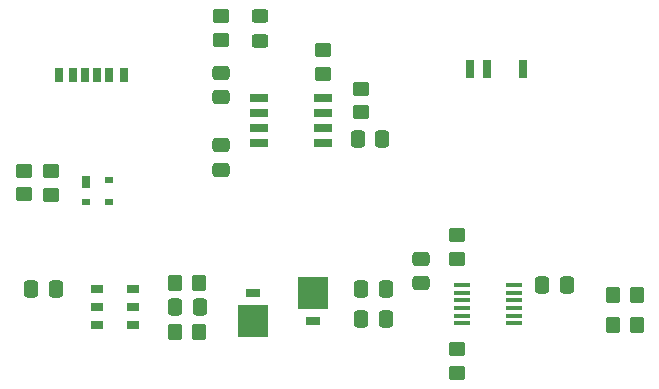
<source format=gtp>
G04 #@! TF.GenerationSoftware,KiCad,Pcbnew,(6.0.0)*
G04 #@! TF.CreationDate,2022-02-06T13:52:44+09:00*
G04 #@! TF.ProjectId,mt_signallevelconv,6d745f73-6967-46e6-916c-6c6576656c63,0.1*
G04 #@! TF.SameCoordinates,Original*
G04 #@! TF.FileFunction,Paste,Top*
G04 #@! TF.FilePolarity,Positive*
%FSLAX46Y46*%
G04 Gerber Fmt 4.6, Leading zero omitted, Abs format (unit mm)*
G04 Created by KiCad (PCBNEW (6.0.0)) date 2022-02-06 13:52:44*
%MOMM*%
%LPD*%
G01*
G04 APERTURE LIST*
G04 Aperture macros list*
%AMRoundRect*
0 Rectangle with rounded corners*
0 $1 Rounding radius*
0 $2 $3 $4 $5 $6 $7 $8 $9 X,Y pos of 4 corners*
0 Add a 4 corners polygon primitive as box body*
4,1,4,$2,$3,$4,$5,$6,$7,$8,$9,$2,$3,0*
0 Add four circle primitives for the rounded corners*
1,1,$1+$1,$2,$3*
1,1,$1+$1,$4,$5*
1,1,$1+$1,$6,$7*
1,1,$1+$1,$8,$9*
0 Add four rect primitives between the rounded corners*
20,1,$1+$1,$2,$3,$4,$5,0*
20,1,$1+$1,$4,$5,$6,$7,0*
20,1,$1+$1,$6,$7,$8,$9,0*
20,1,$1+$1,$8,$9,$2,$3,0*%
G04 Aperture macros list end*
%ADD10RoundRect,0.250000X0.475000X-0.337500X0.475000X0.337500X-0.475000X0.337500X-0.475000X-0.337500X0*%
%ADD11RoundRect,0.250000X-0.450000X0.350000X-0.450000X-0.350000X0.450000X-0.350000X0.450000X0.350000X0*%
%ADD12RoundRect,0.250000X-0.350000X-0.450000X0.350000X-0.450000X0.350000X0.450000X-0.350000X0.450000X0*%
%ADD13RoundRect,0.250000X-0.337500X-0.475000X0.337500X-0.475000X0.337500X0.475000X-0.337500X0.475000X0*%
%ADD14R,1.425000X0.450000*%
%ADD15R,1.140000X0.760000*%
%ADD16R,0.700000X1.500000*%
%ADD17R,1.528000X0.650000*%
%ADD18RoundRect,0.250000X0.450000X-0.350000X0.450000X0.350000X-0.450000X0.350000X-0.450000X-0.350000X0*%
%ADD19R,0.700000X1.000000*%
%ADD20R,0.700000X0.600000*%
%ADD21R,2.540000X2.670000*%
%ADD22R,1.270000X0.762000*%
%ADD23RoundRect,0.250000X-0.475000X0.337500X-0.475000X-0.337500X0.475000X-0.337500X0.475000X0.337500X0*%
%ADD24R,0.700000X1.200000*%
%ADD25R,0.760000X1.200000*%
%ADD26R,0.800000X1.200000*%
%ADD27RoundRect,0.250000X0.450000X-0.325000X0.450000X0.325000X-0.450000X0.325000X-0.450000X-0.325000X0*%
G04 APERTURE END LIST*
D10*
G04 #@! TO.C,C5*
X92956000Y-75126000D03*
X92956000Y-73051000D03*
G04 #@! TD*
D11*
G04 #@! TO.C,R7*
X96004000Y-71094000D03*
X96004000Y-73094000D03*
G04 #@! TD*
D12*
G04 #@! TO.C,R8*
X109216400Y-76142000D03*
X111216400Y-76142000D03*
G04 #@! TD*
D13*
G04 #@! TO.C,C2*
X72128000Y-77158000D03*
X74203000Y-77158000D03*
G04 #@! TD*
D14*
G04 #@! TO.C,IC1*
X96433600Y-75279000D03*
X96433600Y-75929000D03*
X96433600Y-76579000D03*
X96433600Y-77229000D03*
X96433600Y-77879000D03*
X96433600Y-78529000D03*
X100857600Y-78529000D03*
X100857600Y-77879000D03*
X100857600Y-77229000D03*
X100857600Y-76579000D03*
X100857600Y-75929000D03*
X100857600Y-75279000D03*
G04 #@! TD*
D15*
G04 #@! TO.C,T1*
X68573000Y-75638000D03*
X68573000Y-77158000D03*
X68573000Y-78678000D03*
X65524000Y-78678000D03*
X65524000Y-77158000D03*
X65524000Y-75638000D03*
G04 #@! TD*
D16*
G04 #@! TO.C,S1*
X101555600Y-57007665D03*
X98555600Y-57007665D03*
X97055600Y-57007665D03*
G04 #@! TD*
D13*
G04 #@! TO.C,C8*
X103192200Y-75278400D03*
X105267200Y-75278400D03*
G04 #@! TD*
D17*
G04 #@! TO.C,IC2*
X79206900Y-59431600D03*
X79206900Y-60701600D03*
X79206900Y-61971600D03*
X79206900Y-63241600D03*
X84628900Y-63241600D03*
X84628900Y-61971600D03*
X84628900Y-60701600D03*
X84628900Y-59431600D03*
G04 #@! TD*
D11*
G04 #@! TO.C,R3*
X59333400Y-65619800D03*
X59333400Y-67619800D03*
G04 #@! TD*
D12*
G04 #@! TO.C,R5*
X72128000Y-79240800D03*
X74128000Y-79240800D03*
G04 #@! TD*
D18*
G04 #@! TO.C,R6*
X96004000Y-82714000D03*
X96004000Y-80714000D03*
G04 #@! TD*
D13*
G04 #@! TO.C,C9*
X87605600Y-62958600D03*
X89680600Y-62958600D03*
G04 #@! TD*
D19*
G04 #@! TO.C,D2*
X64558400Y-66600800D03*
D20*
X64558400Y-68300800D03*
X66558400Y-68300800D03*
X66558400Y-66400800D03*
G04 #@! TD*
D13*
G04 #@! TO.C,C4*
X87876000Y-78174000D03*
X89951000Y-78174000D03*
G04 #@! TD*
D11*
G04 #@! TO.C,R11*
X87883000Y-58676200D03*
X87883000Y-60676200D03*
G04 #@! TD*
D13*
G04 #@! TO.C,C3*
X87876000Y-75634000D03*
X89951000Y-75634000D03*
G04 #@! TD*
G04 #@! TO.C,C1*
X59965300Y-75634000D03*
X62040300Y-75634000D03*
G04 #@! TD*
D11*
G04 #@! TO.C,R2*
X61619400Y-65645200D03*
X61619400Y-67645200D03*
G04 #@! TD*
G04 #@! TO.C,R10*
X84631800Y-55425000D03*
X84631800Y-57425000D03*
G04 #@! TD*
D21*
G04 #@! TO.C,D4*
X83812000Y-75983000D03*
D22*
X83812000Y-78334000D03*
G04 #@! TD*
D23*
G04 #@! TO.C,C6*
X75995800Y-63452600D03*
X75995800Y-65527600D03*
G04 #@! TD*
D12*
G04 #@! TO.C,R9*
X109216400Y-78682000D03*
X111216400Y-78682000D03*
G04 #@! TD*
D10*
G04 #@! TO.C,C7*
X75995800Y-59406200D03*
X75995800Y-57331200D03*
G04 #@! TD*
D24*
G04 #@! TO.C,J2*
X65525000Y-57505000D03*
D25*
X63505000Y-57505000D03*
D26*
X62275000Y-57505000D03*
D24*
X64525000Y-57505000D03*
D25*
X66545000Y-57505000D03*
D26*
X67775000Y-57505000D03*
G04 #@! TD*
D27*
G04 #@! TO.C,D1*
X79297800Y-54605600D03*
X79297800Y-52555600D03*
G04 #@! TD*
D21*
G04 #@! TO.C,D3*
X78732000Y-78313700D03*
D22*
X78732000Y-75962700D03*
G04 #@! TD*
D18*
G04 #@! TO.C,R1*
X76046600Y-54548200D03*
X76046600Y-52548200D03*
G04 #@! TD*
D12*
G04 #@! TO.C,R4*
X72128000Y-75126000D03*
X74128000Y-75126000D03*
G04 #@! TD*
M02*

</source>
